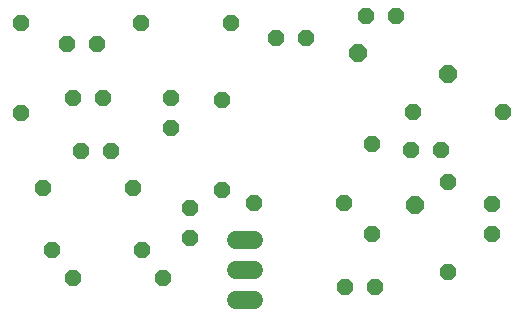
<source format=gbr>
G04 EAGLE Gerber RS-274X export*
G75*
%MOMM*%
%FSLAX34Y34*%
%LPD*%
%INTop Copper*%
%IPPOS*%
%AMOC8*
5,1,8,0,0,1.08239X$1,22.5*%
G01*
%ADD10P,1.429621X8X202.500000*%
%ADD11P,1.429621X8X112.500000*%
%ADD12P,1.429621X8X22.500000*%
%ADD13P,1.429621X8X292.500000*%
%ADD14C,1.524000*%
%ADD15P,1.649562X8X22.500000*%


D10*
X115588Y157905D03*
X90188Y157905D03*
X109238Y202355D03*
X83838Y202355D03*
X280688Y253155D03*
X255288Y253155D03*
X356888Y272205D03*
X331488Y272205D03*
X395185Y158626D03*
X369785Y158626D03*
D11*
X438854Y87531D03*
X438854Y112931D03*
D12*
X313795Y42711D03*
X339195Y42711D03*
D13*
X182923Y109430D03*
X182923Y84030D03*
D11*
X166388Y176955D03*
X166388Y202355D03*
D12*
X78601Y248094D03*
X104001Y248094D03*
D14*
X221824Y31281D02*
X237064Y31281D01*
X237064Y56681D02*
X221824Y56681D01*
X221824Y82081D02*
X237064Y82081D01*
D10*
X448144Y191162D03*
X371944Y191162D03*
D13*
X209895Y201349D03*
X209895Y125149D03*
D11*
X39628Y189853D03*
X39628Y266053D03*
D10*
X142387Y73881D03*
X66187Y73881D03*
D13*
X336516Y163940D03*
X336516Y87740D03*
D10*
X313001Y114084D03*
X236801Y114084D03*
D11*
X400811Y55124D03*
X400811Y131324D03*
D10*
X134638Y126155D03*
X58438Y126155D03*
X160038Y49955D03*
X83838Y49955D03*
X217188Y265855D03*
X140988Y265855D03*
D15*
X325140Y240382D03*
X401265Y222930D03*
X373236Y111682D03*
M02*

</source>
